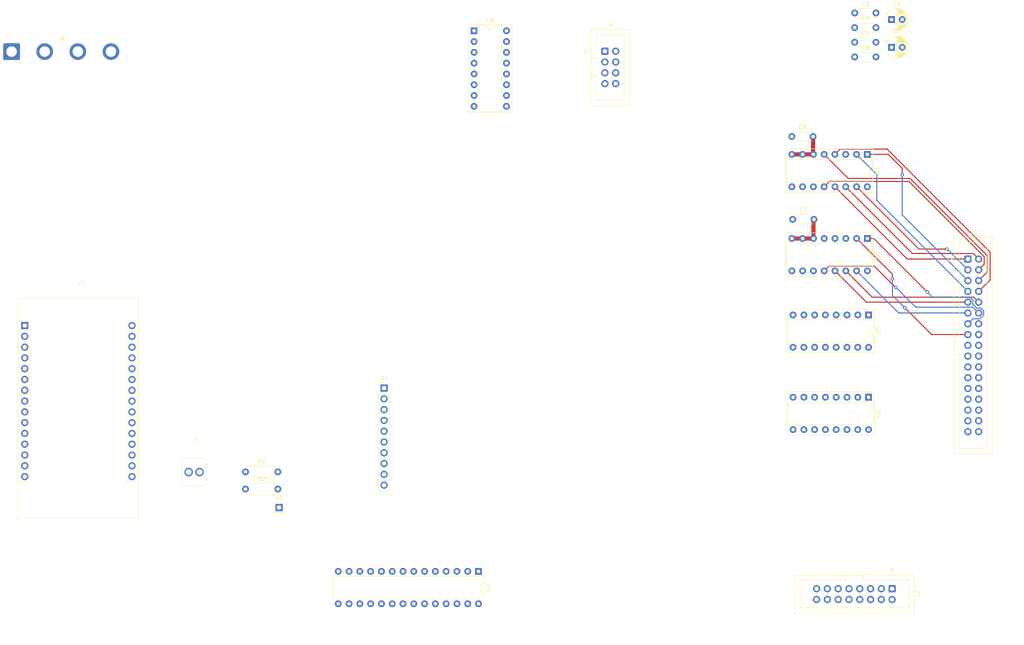
<source format=kicad_pcb>
(kicad_pcb (version 20221018) (generator pcbnew)
  (layers (0 "F.Cu" signal) (31 "B.Cu" signal) (34 "B.Paste" user) (35 "F.Paste" user) (36 "B.SilkS" user "B.Silkscreen") (37 "F.SilkS" user "F.Silkscreen") (38 "B.Mask" user) (39 "F.Mask" user) (44 "Edge.Cuts" user))
  (net 0 "")
  (net 1 "/AS_0")
  (net 2 "/AS_1")
  (net 3 "/AS_2")
  (net 4 "/AS_3")
  (net 5 "/AS_4")
  (net 6 "/AS_5")
  (net 7 "/AS_6")
  (net 8 "/AS_7")
  (net 9 "/AS_8")
  (net 10 "/AS_9")
  (net 11 "/AS_10")
  (net 12 "/AS_11")
  (net 13 "/AS_12")
  (net 14 "/AS_13")
  (net 15 "/AS_14")
  (net 16 "/AS_15")
  (net 17 "/AS_16")
  (net 18 "/AS_17")
  (net 19 "/AS_18")
  (net 20 "/AS_19")
  (net 21 "/AS_20")
  (net 22 "/AS_21")
  (net 23 "/AS_22")
  (net 24 "/AS_23")
  (net 25 "/AS_24")
  (net 26 "/AS_25")
  (net 27 "/AS_26")
  (net 28 "/AS_27")
  (net 29 "/AS_28")
  (net 30 "/AS_29")
  (net 31 "/AS_30")
  (net 32 "/AS_31")
  (net 35 "/VALVE_0")
  (net 36 "/VALVE_1")
  (net 37 "/VALVE_2")
  (net 38 "/VALVE_3")
  (net 39 "/VALVE_4")
  (net 40 "/VALVE_5")
  (net 41 "/VALVE_6")
  (net 42 "/VALVE_7")
  (net 43 "/VALVE_8")
  (net 44 "/VALVE_9")
  (net 45 "/VALVE_10")
  (net 46 "/VALVE_11")
  (net 47 "/VALVE_12")
  (net 48 "/VALVE_13")
  (net 49 "/VALVE_14")
  (net 50 "/VALVE_15")
  (net 51 "/OW_BUS")
  (net 52 "Net-(J4-Pin_1)")
  (net 53 "Net-(J4-Pin_2)")
  (net 54 "Net-(J4-Pin_3)")
  (net 55 "Net-(J4-Pin_4)")
  (net 56 "Net-(J4-Pin_5)")
  (net 57 "Net-(J4-Pin_6)")
  (net 58 "Net-(J4-Pin_7)")
  (net 59 "Net-(J4-Pin_8)")
  (net 60 "+5V")
  (net 61 "GND")
  (net 62 "/SCL")
  (net 63 "/SDA")
  (net 64 "/A0")
  (net 65 "/MUX_ADDR_C")
  (net 66 "/MUX_ADDR_B")
  (net 67 "/MUX_ADDR_A")
  (net 68 "/A1")
  (net 89 "/DHT11_SENS")
  (net 92 "/A2")
  (net 93 "/A3")
  (footprint "Package_DIP:DIP-16_W7.62mm_Socket" (layer "F.Cu") (at 230.78 50.2 -90)
    (fp_text reference "U1" (at 3.81 -2.33 90) (layer "F.SilkS"))
    (fp_text value "CD4051B")
    (pad "1" thru_hole rect (at 0 0 270) (size 1.6 1.6) (drill 0.8) (layers "*.Cu" "*.Mask") (net 5 "/AS_4"))
    (pad "2" thru_hole oval (at 0 2.54 270) (size 1.6 1.6) (drill 0.8) (layers "*.Cu" "*.Mask") (net 7 "/AS_6"))
    (pad "3" thru_hole oval (at 0 5.08 270) (size 1.6 1.6) (drill 0.8) (layers "*.Cu" "*.Mask") (net 64 "/A0"))
    (pad "4" thru_hole oval (at 0 7.62 270) (size 1.6 1.6) (drill 0.8) (layers "*.Cu" "*.Mask") (net 8 "/AS_7"))
    (pad "5" thru_hole oval (at 0 10.16 270) (size 1.6 1.6) (drill 0.8) (layers "*.Cu" "*.Mask") (net 6 "/AS_5"))
    (pad "6" thru_hole oval (at 0 12.7 270) (size 1.6 1.6) (drill 0.8) (layers "*.Cu" "*.Mask") (net 61 "GND"))
    (pad "7" thru_hole oval (at 0 15.24 270) (size 1.6 1.6) (drill 0.8) (layers "*.Cu" "*.Mask") (net 61 "GND"))
    (pad "8" thru_hole oval (at 0 17.78 270) (size 1.6 1.6) (drill 0.8) (layers "*.Cu" "*.Mask") (net 61 "GND"))
    (pad "9" thru_hole oval (at 7.62 17.78 270) (size 1.6 1.6) (drill 0.8) (layers "*.Cu" "*.Mask") (net 65 "/MUX_ADDR_C"))
    (pad "10" thru_hole oval (at 7.62 15.24 270) (size 1.6 1.6) (drill 0.8) (layers "*.Cu" "*.Mask") (net 66 "/MUX_ADDR_B"))
    (pad "11" thru_hole oval (at 7.62 12.7 270) (size 1.6 1.6) (drill 0.8) (layers "*.Cu" "*.Mask") (net 67 "/MUX_ADDR_A"))
    (pad "12" thru_hole oval (at 7.62 10.16 270) (size 1.6 1.6) (drill 0.8) (layers "*.Cu" "*.Mask") (net 4 "/AS_3"))
    (pad "13" thru_hole oval (at 7.62 7.62 270) (size 1.6 1.6) (drill 0.8) (layers "*.Cu" "*.Mask") (net 1 "/AS_0"))
    (pad "14" thru_hole oval (at 7.62 5.08 270) (size 1.6 1.6) (drill 0.8) (layers "*.Cu" "*.Mask") (net 2 "/AS_1"))
    (pad "15" thru_hole oval (at 7.62 2.54 270) (size 1.6 1.6) (drill 0.8) (layers "*.Cu" "*.Mask") (net 3 "/AS_2"))
    (pad "16" thru_hole oval (at 7.62 0 270) (size 1.6 1.6) (drill 0.8) (layers "*.Cu" "*.Mask") (net 60 "+5V"))
  )
  (footprint "Capacitor_THT:CP_Radial_D5.0mm_P2.50mm" (layer "F.Cu") (at 236.5 25)
    (fp_text reference "C2" (at 1.25 -3.75) (layer "F.SilkS"))
    (fp_text value "C_Polarized")
    (pad "1" thru_hole rect (at 0 0) (size 1.6 1.6) (drill 0.8) (layers "*.Cu" "*.Mask") (net 60 "+5V"))
    (pad "2" thru_hole circle (at 2.5 0) (size 1.6 1.6) (drill 0.8) (layers "*.Cu" "*.Mask") (net 61 "GND"))
  )
  (footprint "Connector_IDC:IDC-Header_2x17_P2.54mm_Vertical" (layer "F.Cu") (at 254.46 74.84)
    (fp_text reference "J1" (at 1.27 -6.1) (layer "F.SilkS"))
    (fp_text value "Conn_02x17_Counter_Clockwise")
    (pad "1" thru_hole roundrect (at 0 0) (size 1.7 1.7) (drill 1) (layers "*.Cu" "*.Mask") (roundrect_rratio 0.147059) (net 1 "/AS_0"))
    (pad "2" thru_hole circle (at 2.54 0) (size 1.7 1.7) (drill 1) (layers "*.Cu" "*.Mask") (net 2 "/AS_1"))
    (pad "3" thru_hole circle (at 0 2.54) (size 1.7 1.7) (drill 1) (layers "*.Cu" "*.Mask") (net 3 "/AS_2"))
    (pad "4" thru_hole circle (at 2.54 2.54) (size 1.7 1.7) (drill 1) (layers "*.Cu" "*.Mask") (net 4 "/AS_3"))
    (pad "5" thru_hole circle (at 0 5.08) (size 1.7 1.7) (drill 1) (layers "*.Cu" "*.Mask") (net 5 "/AS_4"))
    (pad "6" thru_hole circle (at 2.54 5.08) (size 1.7 1.7) (drill 1) (layers "*.Cu" "*.Mask") (net 6 "/AS_5"))
    (pad "7" thru_hole circle (at 0 7.62) (size 1.7 1.7) (drill 1) (layers "*.Cu" "*.Mask") (net 7 "/AS_6"))
    (pad "8" thru_hole circle (at 2.54 7.62) (size 1.7 1.7) (drill 1) (layers "*.Cu" "*.Mask") (net 8 "/AS_7"))
    (pad "9" thru_hole circle (at 0 10.16) (size 1.7 1.7) (drill 1) (layers "*.Cu" "*.Mask") (net 9 "/AS_8"))
    (pad "10" thru_hole circle (at 2.54 10.16) (size 1.7 1.7) (drill 1) (layers "*.Cu" "*.Mask") (net 10 "/AS_9"))
    (pad "11" thru_hole circle (at 0 12.7) (size 1.7 1.7) (drill 1) (layers "*.Cu" "*.Mask") (net 11 "/AS_10"))
    (pad "12" thru_hole circle (at 2.54 12.7) (size 1.7 1.7) (drill 1) (layers "*.Cu" "*.Mask") (net 12 "/AS_11"))
    (pad "13" thru_hole circle (at 0 15.24) (size 1.7 1.7) (drill 1) (layers "*.Cu" "*.Mask") (net 13 "/AS_12"))
    (pad "14" thru_hole circle (at 2.54 15.24) (size 1.7 1.7) (drill 1) (layers "*.Cu" "*.Mask") (net 14 "/AS_13"))
    (pad "15" thru_hole circle (at 0 17.78) (size 1.7 1.7) (drill 1) (layers "*.Cu" "*.Mask") (net 15 "/AS_14"))
    (pad "16" thru_hole circle (at 2.54 17.78) (size 1.7 1.7) (drill 1) (layers "*.Cu" "*.Mask") (net 16 "/AS_15"))
    (pad "17" thru_hole circle (at 0 20.32) (size 1.7 1.7) (drill 1) (layers "*.Cu" "*.Mask") (net 17 "/AS_16"))
    (pad "18" thru_hole circle (at 2.54 20.32) (size 1.7 1.7) (drill 1) (layers "*.Cu" "*.Mask") (net 18 "/AS_17"))
    (pad "19" thru_hole circle (at 0 22.86) (size 1.7 1.7) (drill 1) (layers "*.Cu" "*.Mask") (net 19 "/AS_18"))
    (pad "20" thru_hole circle (at 2.54 22.86) (size 1.7 1.7) (drill 1) (layers "*.Cu" "*.Mask") (net 20 "/AS_19"))
    (pad "21" thru_hole circle (at 0 25.4) (size 1.7 1.7) (drill 1) (layers "*.Cu" "*.Mask") (net 21 "/AS_20"))
    (pad "22" thru_hole circle (at 2.54 25.4) (size 1.7 1.7) (drill 1) (layers "*.Cu" "*.Mask") (net 22 "/AS_21"))
    (pad "23" thru_hole circle (at 0 27.94) (size 1.7 1.7) (drill 1) (layers "*.Cu" "*.Mask") (net 23 "/AS_22"))
    (pad "24" thru_hole circle (at 2.54 27.94) (size 1.7 1.7) (drill 1) (layers "*.Cu" "*.Mask") (net 24 "/AS_23"))
    (pad "25" thru_hole circle (at 0 30.48) (size 1.7 1.7) (drill 1) (layers "*.Cu" "*.Mask") (net 25 "/AS_24"))
    (pad "26" thru_hole circle (at 2.54 30.48) (size 1.7 1.7) (drill 1) (layers "*.Cu" "*.Mask") (net 26 "/AS_25"))
    (pad "27" thru_hole circle (at 0 33.02) (size 1.7 1.7) (drill 1) (layers "*.Cu" "*.Mask") (net 27 "/AS_26"))
    (pad "28" thru_hole circle (at 2.54 33.02) (size 1.7 1.7) (drill 1) (layers "*.Cu" "*.Mask") (net 28 "/AS_27"))
    (pad "29" thru_hole circle (at 0 35.56) (size 1.7 1.7) (drill 1) (layers "*.Cu" "*.Mask") (net 29 "/AS_28"))
    (pad "30" thru_hole circle (at 2.54 35.56) (size 1.7 1.7) (drill 1) (layers "*.Cu" "*.Mask") (net 30 "/AS_29"))
    (pad "31" thru_hole circle (at 0 38.1) (size 1.7 1.7) (drill 1) (layers "*.Cu" "*.Mask") (net 31 "/AS_30"))
    (pad "32" thru_hole circle (at 2.54 38.1) (size 1.7 1.7) (drill 1) (layers "*.Cu" "*.Mask") (net 32 "/AS_31"))
    (pad "33" thru_hole circle (at 0 40.64) (size 1.7 1.7) (drill 1) (layers "*.Cu" "*.Mask"))
    (pad "34" thru_hole circle (at 2.54 40.64) (size 1.7 1.7) (drill 1) (layers "*.Cu" "*.Mask"))
  )
  (footprint "Capacitor_THT:C_Disc_D4.3mm_W1.9mm_P5.00mm" (layer "F.Cu") (at 213 46)
    (fp_text reference "C8" (at 2.5 -2.2) (layer "F.SilkS"))
    (fp_text value "100nF")
    (pad "1" thru_hole circle (at 0 0) (size 1.6 1.6) (drill 0.8) (layers "*.Cu" "*.Mask") (net 60 "+5V"))
    (pad "2" thru_hole circle (at 5 0) (size 1.6 1.6) (drill 0.8) (layers "*.Cu" "*.Mask") (net 61 "GND"))
  )
  (footprint "Capacitor_THT:C_Disc_D4.3mm_W1.9mm_P5.00mm" (layer "F.Cu") (at 227.810225 23.8)
    (fp_text reference "C5" (at 2.5 -2.2) (layer "F.SilkS"))
    (fp_text value "100nF")
    (pad "1" thru_hole circle (at 0 0) (size 1.6 1.6) (drill 0.8) (layers "*.Cu" "*.Mask") (net 60 "+5V"))
    (pad "2" thru_hole circle (at 5 0) (size 1.6 1.6) (drill 0.8) (layers "*.Cu" "*.Mask") (net 61 "GND"))
  )
  (footprint "Package_DIP:DIP-16_W7.62mm_Socket" (layer "F.Cu") (at 230.8 70 -90)
    (fp_text reference "U2" (at 3.81 -2.33 90) (layer "F.SilkS"))
    (fp_text value "CD4051B")
    (pad "1" thru_hole rect (at 0 0 270) (size 1.6 1.6) (drill 0.8) (layers "*.Cu" "*.Mask") (net 13 "/AS_12"))
    (pad "2" thru_hole oval (at 0 2.54 270) (size 1.6 1.6) (drill 0.8) (layers "*.Cu" "*.Mask") (net 15 "/AS_14"))
    (pad "3" thru_hole oval (at 0 5.08 270) (size 1.6 1.6) (drill 0.8) (layers "*.Cu" "*.Mask") (net 68 "/A1"))
    (pad "4" thru_hole oval (at 0 7.62 270) (size 1.6 1.6) (drill 0.8) (layers "*.Cu" "*.Mask") (net 16 "/AS_15"))
    (pad "5" thru_hole oval (at 0 10.16 270) (size 1.6 1.6) (drill 0.8) (layers "*.Cu" "*.Mask") (net 14 "/AS_13"))
    (pad "6" thru_hole oval (at 0 12.7 270) (size 1.6 1.6) (drill 0.8) (layers "*.Cu" "*.Mask") (net 61 "GND"))
    (pad "7" thru_hole oval (at 0 15.24 270) (size 1.6 1.6) (drill 0.8) (layers "*.Cu" "*.Mask") (net 61 "GND"))
    (pad "8" thru_hole oval (at 0 17.78 270) (size 1.6 1.6) (drill 0.8) (layers "*.Cu" "*.Mask") (net 61 "GND"))
    (pad "9" thru_hole oval (at 7.62 17.78 270) (size 1.6 1.6) (drill 0.8) (layers "*.Cu" "*.Mask") (net 65 "/MUX_ADDR_C"))
    (pad "10" thru_hole oval (at 7.62 15.24 270) (size 1.6 1.6) (drill 0.8) (layers "*.Cu" "*.Mask") (net 66 "/MUX_ADDR_B"))
    (pad "11" thru_hole oval (at 7.62 12.7 270) (size 1.6 1.6) (drill 0.8) (layers "*.Cu" "*.Mask") (net 67 "/MUX_ADDR_A"))
    (pad "12" thru_hole oval (at 7.62 10.16 270) (size 1.6 1.6) (drill 0.8) (layers "*.Cu" "*.Mask") (net 12 "/AS_11"))
    (pad "13" thru_hole oval (at 7.62 7.62 270) (size 1.6 1.6) (drill 0.8) (layers "*.Cu" "*.Mask") (net 9 "/AS_8"))
    (pad "14" thru_hole oval (at 7.62 5.08 270) (size 1.6 1.6) (drill 0.8) (layers "*.Cu" "*.Mask") (net 10 "/AS_9"))
    (pad "15" thru_hole oval (at 7.62 2.54 270) (size 1.6 1.6) (drill 0.8) (layers "*.Cu" "*.Mask") (net 11 "/AS_10"))
    (pad "16" thru_hole oval (at 7.62 0 270) (size 1.6 1.6) (drill 0.8) (layers "*.Cu" "*.Mask") (net 60 "+5V"))
  )
  (footprint "Connector_Wire:SolderWire-2sqmm_1x04_P7.8mm_D2mm_OD3.9mm" (layer "F.Cu") (at 29.3 26)
    (fp_text reference "J6" (at 11.7 -3.15) (layer "F.SilkS"))
    (fp_text value "Conn_01x04")
    (pad "1" thru_hole roundrect (at 0 0) (size 3.9 3.9) (drill 2.5) (layers "*.Cu" "*.Mask") (roundrect_rratio 0.064103) (net 61 "GND"))
    (pad "2" thru_hole circle (at 7.8 0) (size 3.9 3.9) (drill 2.5) (layers "*.Cu" "*.Mask") (net 60 "+5V"))
    (pad "3" thru_hole circle (at 15.6 0) (size 3.9 3.9) (drill 2.5) (layers "*.Cu" "*.Mask") (net 60 "+5V"))
    (pad "4" thru_hole circle (at 23.4 0) (size 3.9 3.9) (drill 2.5) (layers "*.Cu" "*.Mask") (net 61 "GND"))
  )
  (footprint "Resistor_THT:R_Axial_DIN0207_L6.3mm_D2.5mm_P7.62mm_Horizontal" (layer "F.Cu") (at 84.38 124.95)
    (fp_text reference "R1" (at 3.81 -2.37) (layer "F.SilkS"))
    (fp_text value "R")
    (pad "1" thru_hole circle (at 0 0) (size 1.6 1.6) (drill 0.8) (layers "*.Cu" "*.Mask") (net 60 "+5V"))
    (pad "2" thru_hole oval (at 7.62 0) (size 1.6 1.6) (drill 0.8) (layers "*.Cu" "*.Mask") (net 62 "/SCL"))
  )
  (footprint "Package_DIP:DIP-28_W7.62mm" (layer "F.Cu") (at 139.24 148.38 -90)
    (fp_text reference "U7" (at 3.81 -2.33 90) (layer "F.SilkS"))
    (fp_text value "MCP23017_SP")
    (pad "1" thru_hole rect (at 0 0 270) (size 1.6 1.6) (drill 0.8) (layers "*.Cu" "*.Mask") (net 43 "/VALVE_8"))
    (pad "2" thru_hole oval (at 0 2.54 270) (size 1.6 1.6) (drill 0.8) (layers "*.Cu" "*.Mask") (net 44 "/VALVE_9"))
    (pad "3" thru_hole oval (at 0 5.08 270) (size 1.6 1.6) (drill 0.8) (layers "*.Cu" "*.Mask") (net 45 "/VALVE_10"))
    (pad "4" thru_hole oval (at 0 7.62 270) (size 1.6 1.6) (drill 0.8) (layers "*.Cu" "*.Mask") (net 46 "/VALVE_11"))
    (pad "5" thru_hole oval (at 0 10.16 270) (size 1.6 1.6) (drill 0.8) (layers "*.Cu" "*.Mask") (net 47 "/VALVE_12"))
    (pad "6" thru_hole oval (at 0 12.7 270) (size 1.6 1.6) (drill 0.8) (layers "*.Cu" "*.Mask") (net 48 "/VALVE_13"))
    (pad "7" thru_hole oval (at 0 15.24 270) (size 1.6 1.6) (drill 0.8) (layers "*.Cu" "*.Mask") (net 49 "/VALVE_14"))
    (pad "8" thru_hole oval (at 0 17.78 270) (size 1.6 1.6) (drill 0.8) (layers "*.Cu" "*.Mask") (net 50 "/VALVE_15"))
    (pad "9" thru_hole oval (at 0 20.32 270) (size 1.6 1.6) (drill 0.8) (layers "*.Cu" "*.Mask") (net 60 "+5V"))
    (pad "10" thru_hole oval (at 0 22.86 270) (size 1.6 1.6) (drill 0.8) (layers "*.Cu" "*.Mask") (net 61 "GND"))
    (pad "11" thru_hole oval (at 0 25.4 270) (size 1.6 1.6) (drill 0.8) (layers "*.Cu" "*.Mask"))
    (pad "12" thru_hole oval (at 0 27.94 270) (size 1.6 1.6) (drill 0.8) (layers "*.Cu" "*.Mask") (net 62 "/SCL"))
    (pad "13" thru_hole oval (at 0 30.48 270) (size 1.6 1.6) (drill 0.8) (layers "*.Cu" "*.Mask") (net 63 "/SDA"))
    (pad "14" thru_hole oval (at 0 33.02 270) (size 1.6 1.6) (drill 0.8) (layers "*.Cu" "*.Mask"))
    (pad "15" thru_hole oval (at 7.62 33.02 270) (size 1.6 1.6) (drill 0.8) (layers "*.Cu" "*.Mask") (net 60 "+5V"))
    (pad "16" thru_hole oval (at 7.62 30.48 270) (size 1.6 1.6) (drill 0.8) (layers "*.Cu" "*.Mask") (net 60 "+5V"))
    (pad "17" thru_hole oval (at 7.62 27.94 270) (size 1.6 1.6) (drill 0.8) (layers "*.Cu" "*.Mask") (net 60 "+5V"))
    (pad "18" thru_hole oval (at 7.62 25.4 270) (size 1.6 1.6) (drill 0.8) (layers "*.Cu" "*.Mask") (net 60 "+5V"))
    (pad "19" thru_hole oval (at 7.62 22.86 270) (size 1.6 1.6) (drill 0.8) (layers "*.Cu" "*.Mask"))
    (pad "20" thru_hole oval (at 7.62 20.32 270) (size 1.6 1.6) (drill 0.8) (layers "*.Cu" "*.Mask"))
    (pad "21" thru_hole oval (at 7.62 17.78 270) (size 1.6 1.6) (drill 0.8) (layers "*.Cu" "*.Mask") (net 35 "/VALVE_0"))
    (pad "22" thru_hole oval (at 7.62 15.24 270) (size 1.6 1.6) (drill 0.8) (layers "*.Cu" "*.Mask") (net 36 "/VALVE_1"))
    (pad "23" thru_hole oval (at 7.62 12.7 270) (size 1.6 1.6) (drill 0.8) (layers "*.Cu" "*.Mask") (net 37 "/VALVE_2"))
    (pad "24" thru_hole oval (at 7.62 10.16 270) (size 1.6 1.6) (drill 0.8) (layers "*.Cu" "*.Mask") (net 38 "/VALVE_3"))
    (pad "25" thru_hole oval (at 7.62 7.62 270) (size 1.6 1.6) (drill 0.8) (layers "*.Cu" "*.Mask") (net 39 "/VALVE_4"))
    (pad "26" thru_hole oval (at 7.62 5.08 270) (size 1.6 1.6) (drill 0.8) (layers "*.Cu" "*.Mask") (net 40 "/VALVE_5"))
    (pad "27" thru_hole oval (at 7.62 2.54 270) (size 1.6 1.6) (drill 0.8) (layers "*.Cu" "*.Mask") (net 41 "/VALVE_6"))
    (pad "28" thru_hole oval (at 7.62 0 270) (size 1.6 1.6) (drill 0.8) (layers "*.Cu" "*.Mask") (net 42 "/VALVE_7"))
  )
  (footprint "Package_DIP:DIP-16_W7.62mm_Socket" (layer "F.Cu") (at 231.08 107.38 -90)
    (fp_text reference "U6" (at 3.81 -2.33 90) (layer "F.SilkS"))
    (fp_text value "CD4051B")
    (pad "1" thru_hole rect (at 0 0 270) (size 1.6 1.6) (drill 0.8) (layers "*.Cu" "*.Mask") (net 29 "/AS_28"))
    (pad "2" thru_hole oval (at 0 2.54 270) (size 1.6 1.6) (drill 0.8) (layers "*.Cu" "*.Mask") (net 31 "/AS_30"))
    (pad "3" thru_hole oval (at 0 5.08 270) (size 1.6 1.6) (drill 0.8) (layers "*.Cu" "*.Mask") (net 93 "/A3"))
    (pad "4" thru_hole oval (at 0 7.62 270) (size 1.6 1.6) (drill 0.8) (layers "*.Cu" "*.Mask") (net 32 "/AS_31"))
    (pad "5" thru_hole oval (at 0 10.16 270) (size 1.6 1.6) (drill 0.8) (layers "*.Cu" "*.Mask") (net 30 "/AS_29"))
    (pad "6" thru_hole oval (at 0 12.7 270) (size 1.6 1.6) (drill 0.8) (layers "*.Cu" "*.Mask") (net 61 "GND"))
    (pad "7" thru_hole oval (at 0 15.24 270) (size 1.6 1.6) (drill 0.8) (layers "*.Cu" "*.Mask") (net 61 "GND"))
    (pad "8" thru_hole oval (at 0 17.78 270) (size 1.6 1.6) (drill 0.8) (layers "*.Cu" "*.Mask") (net 61 "GND"))
    (pad "9" thru_hole oval (at 7.62 17.78 270) (size 1.6 1.6) (drill 0.8) (layers "*.Cu" "*.Mask") (net 65 "/MUX_ADDR_C"))
    (pad "10" thru_hole oval (at 7.62 15.24 270) (size 1.6 1.6) (drill 0.8) (layers "*.Cu" "*.Mask") (net 66 "/MUX_ADDR_B"))
    (pad "11" thru_hole oval (at 7.62 12.7 270) (size 1.6 1.6) (drill 0.8) (layers "*.Cu" "*.Mask") (net 67 "/MUX_ADDR_A"))
    (pad "12" thru_hole oval (at 7.62 10.16 270) (size 1.6 1.6) (drill 0.8) (layers "*.Cu" "*.Mask") (net 28 "/AS_27"))
    (pad "13" thru_hole oval (at 7.62 7.62 270) (size 1.6 1.6) (drill 0.8) (layers "*.Cu" "*.Mask") (net 25 "/AS_24"))
    (pad "14" thru_hole oval (at 7.62 5.08 270) (size 1.6 1.6) (drill 0.8) (layers "*.Cu" "*.Mask") (net 26 "/AS_25"))
    (pad "15" thru_hole oval (at 7.62 2.54 270) (size 1.6 1.6) (drill 0.8) (layers "*.Cu" "*.Mask") (net 27 "/AS_26"))
    (pad "16" thru_hole oval (at 7.62 0 270) (size 1.6 1.6) (drill 0.8) (layers "*.Cu" "*.Mask") (net 60 "+5V"))
  )
  (footprint "Capacitor_THT:C_Disc_D4.3mm_W1.9mm_P5.00mm" (layer "F.Cu") (at 213.22 65.5)
    (fp_text reference "C7" (at 2.5 -2.2) (layer "F.SilkS"))
    (fp_text value "100nF")
    (pad "1" thru_hole circle (at 0 0) (size 1.6 1.6) (drill 0.8) (layers "*.Cu" "*.Mask") (net 60 "+5V"))
    (pad "2" thru_hole circle (at 5 0) (size 1.6 1.6) (drill 0.8) (layers "*.Cu" "*.Mask") (net 61 "GND"))
  )
  (footprint "Connector_IDC:IDC-Header_2x04_P2.54mm_Vertical" (layer "F.Cu") (at 169 25.92)
    (fp_text reference "J4" (at 1.27 -6.1) (layer "F.SilkS"))
    (fp_text value "Conn_02x04_Counter_Clockwise")
    (pad "1" thru_hole roundrect (at 0 0) (size 1.7 1.7) (drill 1) (layers "*.Cu" "*.Mask") (roundrect_rratio 0.147059) (net 52 "Net-(J4-Pin_1)"))
    (pad "2" thru_hole circle (at 2.54 0) (size 1.7 1.7) (drill 1) (layers "*.Cu" "*.Mask") (net 53 "Net-(J4-Pin_2)"))
    (pad "3" thru_hole circle (at 0 2.54) (size 1.7 1.7) (drill 1) (layers "*.Cu" "*.Mask") (net 54 "Net-(J4-Pin_3)"))
    (pad "4" thru_hole circle (at 2.54 2.54) (size 1.7 1.7) (drill 1) (layers "*.Cu" "*.Mask") (net 55 "Net-(J4-Pin_4)"))
    (pad "5" thru_hole circle (at 0 5.08) (size 1.7 1.7) (drill 1) (layers "*.Cu" "*.Mask") (net 56 "Net-(J4-Pin_5)"))
    (pad "6" thru_hole circle (at 2.54 5.08) (size 1.7 1.7) (drill 1) (layers "*.Cu" "*.Mask") (net 57 "Net-(J4-Pin_6)"))
    (pad "7" thru_hole circle (at 0 7.62) (size 1.7 1.7) (drill 1) (layers "*.Cu" "*.Mask") (net 58 "Net-(J4-Pin_7)"))
    (pad "8" thru_hole circle (at 2.54 7.62) (size 1.7 1.7) (drill 1) (layers "*.Cu" "*.Mask") (net 59 "Net-(J4-Pin_8)"))
  )
  (footprint "Capacitor_THT:C_Disc_D4.3mm_W1.9mm_P5.00mm" (layer "F.Cu") (at 227.810225 27.25)
    (fp_text reference "C6" (at 2.5 -2.2) (layer "F.SilkS"))
    (fp_text value "100nF")
    (pad "1" thru_hole circle (at 0 0) (size 1.6 1.6) (drill 0.8) (layers "*.Cu" "*.Mask") (net 60 "+5V"))
    (pad "2" thru_hole circle (at 5 0) (size 1.6 1.6) (drill 0.8) (layers "*.Cu" "*.Mask") (net 61 "GND"))
  )
  (footprint "esp-dev-boards:ESP DevKitV1" (layer "F.Cu") (at 32.4 90.5)
    (fp_text reference "U3" (at 13.25 -10 unlocked) (layer "F.SilkS") (effects (font (thickness 0.1))))
    (fp_text value "ESP DevKitV1")
    (pad "1" thru_hole rect (at 0 0) (size 1.7 1.7) (drill 1) (layers "*.Cu" "*.Mask"))
    (pad "2" thru_hole oval (at 0 2.54) (size 1.7 1.7) (drill 1) (layers "*.Cu" "*.Mask"))
    (pad "3" thru_hole oval (at 0 5.08) (size 1.7 1.7) (drill 1) (layers "*.Cu" "*.Mask"))
    (pad "4" thru_hole oval (at 0 7.62) (size 1.7 1.7) (drill 1) (layers "*.Cu" "*.Mask"))
    (pad "5" thru_hole oval (at 0 10.16) (size 1.7 1.7) (drill 1) (layers "*.Cu" "*.Mask"))
    (pad "6" thru_hole oval (at 0 12.7) (size 1.7 1.7) (drill 1) (layers "*.Cu" "*.Mask") (net 67 "/MUX_ADDR_A"))
    (pad "7" thru_hole oval (at 0 15.24) (size 1.7 1.7) (drill 1) (layers "*.Cu" "*.Mask") (net 66 "/MUX_ADDR_B"))
    (pad "8" thru_hole oval (at 0 17.78) (size 1.7 1.7) (drill 1) (layers "*.Cu" "*.Mask"))
    (pad "9" thru_hole oval (at 0 20.32) (size 1.7 1.7) (drill 1) (layers "*.Cu" "*.Mask"))
    (pad "10" thru_hole oval (at 0 22.86) (size 1.7 1.7) (drill 1) (layers "*.Cu" "*.Mask"))
    (pad "11" thru_hole oval (at 0 25.4) (size 1.7 1.7) (drill 1) (layers "*.Cu" "*.Mask"))
    (pad "12" thru_hole oval (at 0 27.94) (size 1.7 1.7) (drill 1) (layers "*.Cu" "*.Mask"))
    (pad "13" thru_hole oval (at 0 30.48) (size 1.7 1.7) (drill 1) (layers "*.Cu" "*.Mask"))
    (pad "14" thru_hole oval (at 0 33.02) (size 1.7 1.7) (drill 1) (layers "*.Cu" "*.Mask") (net 61 "GND"))
    (pad "15" thru_hole oval (at 0 35.56) (size 1.7 1.7) (drill 1) (layers "*.Cu" "*.Mask") (net 60 "+5V"))
    (pad "16" thru_hole oval (at 25.25 35.57) (size 1.7 1.7) (drill 1) (layers "*.Cu" "*.Mask"))
    (pad "17" thru_hole oval (at 25.25 33.03) (size 1.7 1.7) (drill 1) (layers "*.Cu" "*.Mask") (net 61 "GND"))
    (pad "18" thru_hole oval (at 25.25 30.49) (size 1.7 1.7) (drill 1) (layers "*.Cu" "*.Mask"))
    (pad "19" thru_hole oval (at 25.25 27.95) (size 1.7 1.7) (drill 1) (layers "*.Cu" "*.Mask"))
    (pad "20" thru_hole oval (at 25.25 25.41) (size 1.7 1.7) (drill 1) (layers "*.Cu" "*.Mask"))
    (pad "21" thru_hole oval (at 25.25 22.87) (size 1.7 1.7) (drill 1) (layers "*.Cu" "*.Mask"))
    (pad "22" thru_hole oval (at 25.25 20.33) (size 1.7 1.7) (drill 1) (layers "*.Cu" "*.Mask"))
    (pad "23" thru_hole oval (at 25.25 17.79) (size 1.7 1.7) (drill 1) (layers "*.Cu" "*.Mask") (net 65 "/MUX_ADDR_C"))
    (pad "24" thru_hole oval (at 25.25 15.25) (size 1.7 1.7) (drill 1) (layers "*.Cu" "*.Mask") (net 51 "/OW_BUS"))
    (pad "25" thru_hole oval (at 25.25 12.71) (size 1.7 1.7) (drill 1) (layers "*.Cu" "*.Mask"))
    (pad "26" thru_hole oval (at 25.25 10.17) (size 1.7 1.7) (drill 1) (layers "*.Cu" "*.Mask") (net 63 "/SDA"))
    (pad "27" thru_hole oval (at 25.25 7.63) (size 1.7 1.7) (drill 1) (layers "*.Cu" "*.Mask"))
    (pad "28" thru_hole oval (at 25.25 5.09) (size 1.7 1.7) (drill 1) (layers "*.Cu" "*.Mask"))
    (pad "29" thru_hole oval (at 25.25 2.55) (size 1.7 1.7) (drill 1) (layers "*.Cu" "*.Mask") (net 62 "/SCL"))
    (pad "30" thru_hole circle (at 25.25 0.01) (size 1.7 1.7) (drill 1) (layers "*.Cu" "*.Mask") (net 89 "/DHT11_SENS"))
  )
  (footprint "Capacitor_THT:C_Disc_D4.3mm_W1.9mm_P5.00mm" (layer "F.Cu") (at 227.810225 20.35)
    (fp_text reference "C4" (at 2.5 -2.2) (layer "F.SilkS"))
    (fp_text value "100nF")
    (pad "1" thru_hole circle (at 0 0) (size 1.6 1.6) (drill 0.8) (layers "*.Cu" "*.Mask") (net 60 "+5V"))
    (pad "2" thru_hole circle (at 5 0) (size 1.6 1.6) (drill 0.8) (layers "*.Cu" "*.Mask") (net 61 "GND"))
  )
  (footprint "Connector_ARK:ARK_x2_P2.54" (layer "F.Cu") (at 71 125)
    (fp_text reference "J5" (at 1.72 -7.5 unlocked) (layer "F.SilkS") (effects (font (thickness 0.1))))
    (fp_text value "Conn_01x02")
    (pad "1" thru_hole circle (at 0 0) (size 2 2) (drill 1.35) (layers "*.Cu" "*.Mask") (net 60 "+5V"))
    (pad "2" thru_hole circle (at 2.54 0) (size 2 2) (drill 1.35) (layers "*.Cu" "*.Mask") (net 61 "GND"))
  )
  (footprint "Connector_IDC:IDC-Header_2x08_P2.54mm_Vertical" (layer "F.Cu") (at 236.62 152.46 -90)
    (fp_text reference "J2" (at 1.27 -6.1 90) (layer "F.SilkS"))
    (fp_text value "Conn_02x08_Counter_Clockwise")
    (pad "1" thru_hole roundrect (at 0 0 270) (size 1.7 1.7) (drill 1) (layers "*.Cu" "*.Mask") (roundrect_rratio 0.147059) (net 35 "/VALVE_0"))
    (pad "2" thru_hole circle (at 2.54 0 270) (size 1.7 1.7) (drill 1) (layers "*.Cu" "*.Mask") (net 36 "/VALVE_1"))
    (pad "3" thru_hole circle (at 0 2.54 270) (size 1.7 1.7) (drill 1) (layers "*.Cu" "*.Mask") (net 37 "/VALVE_2"))
    (pad "4" thru_hole circle (at 2.54 2.54 270) (size 1.7 1.7) (drill 1) (layers "*.Cu" "*.Mask") (net 38 "/VALVE_3"))
    (pad "5" thru_hole circle (at 0 5.08 270) (size 1.7 1.7) (drill 1) (layers "*.Cu" "*.Mask") (net 39 "/VALVE_4"))
    (pad "6" thru_hole circle (at 2.54 5.08 270) (size 1.7 1.7) (drill 1) (layers "*.Cu" "*.Mask") (net 40 "/VALVE_5"))
    (pad "7" thru_hole circle (at 0 7.62 270) (size 1.7 1.7) (drill 1) (layers "*.Cu" "*.Mask") (net 41 "/VALVE_6"))
    (pad "8" thru_hole circle (at 2.54 7.62 270) (size 1.7 1.7) (drill 1) (layers "*.Cu" "*.Mask") (net 42 "/VALVE_7"))
    (pad "9" thru_hole circle (at 0 10.16 270) (size 1.7 1.7) (drill 1) (layers "*.Cu" "*.Mask") (net 43 "/VALVE_8"))
    (pad "10" thru_hole circle (at 2.54 10.16 270) (size 1.7 1.7) (drill 1) (layers "*.Cu" "*.Mask") (net 44 "/VALVE_9"))
    (pad "11" thru_hole circle (at 0 12.7 270) (size 1.7 1.7) (drill 1) (layers "*.Cu" "*.Mask") (net 45 "/VALVE_10"))
    (pad "12" thru_hole circle (at 2.54 12.7 270) (size 1.7 1.7) (drill 1) (layers "*.Cu" "*.Mask") (net 46 "/VALVE_11"))
    (pad "13" thru_hole circle (at 0 15.24 270) (size 1.7 1.7) (drill 1) (layers "*.Cu" "*.Mask") (net 47 "/VALVE_12"))
    (pad "14" thru_hole circle (at 2.54 15.24 270) (size 1.7 1.7) (drill 1) (layers "*.Cu" "*.Mask") (net 48 "/VALVE_13"))
    (pad "15" thru_hole circle (at 0 17.78 270) (size 1.7 1.7) (drill 1) (layers "*.Cu" "*.Mask") (net 49 "/VALVE_14"))
    (pad "16" thru_hole circle (at 2.54 17.78 270) (size 1.7 1.7) (drill 1) (layers "*.Cu" "*.Mask") (net 50 "/VALVE_15"))
  )
  (footprint "Connector_PinHeader_2.54mm:PinHeader_1x01_P2.54mm_Vertical" (layer "F.Cu") (at 92.28 133.35)
    (fp_text reference "J3" (at 0 -2.33) (layer "F.SilkS"))
    (fp_text value "Conn_01x01")
    (pad "1" thru_hole rect (at 0 0) (size 1.7 1.7) (drill 1) (layers "*.Cu" "*.Mask") (net 51 "/OW_BUS"))
  )
  (footprint "Resistor_THT:R_Axial_DIN0207_L6.3mm_D2.5mm_P7.62mm_Horizontal" (layer "F.Cu") (at 84.38 129)
    (fp_text reference "R2" (at 3.81 -2.37) (layer "F.SilkS"))
    (fp_text value "R")
    (pad "1" thru_hole circle (at 0 0) (size 1.6 1.6) (drill 0.8) (layers "*.Cu" "*.Mask") (net 60 "+5V"))
    (pad "2" thru_hole oval (at 7.62 0) (size 1.6 1.6) (drill 0.8) (layers "*.Cu" "*.Mask") (net 63 "/SDA"))
  )
  (footprint "Package_DIP:DIP-16_W7.62mm_Socket" (layer "F.Cu") (at 231.08 88 -90)
    (fp_text reference "U5" (at 3.81 -2.33 90) (layer "F.SilkS"))
    (fp_text value "CD4051B")
    (pad "1" thru_hole rect (at 0 0 270) (size 1.6 1.6) (drill 0.8) (layers "*.Cu" "*.Mask") (net 21 "/AS_20"))
    (pad "2" thru_hole oval (at 0 2.54 270) (size 1.6 1.6) (drill 0.8) (layers "*.Cu" "*.Mask") (net 23 "/AS_22"))
    (pad "3" thru_hole oval (at 0 5.08 270) (size 1.6 1.6) (drill 0.8) (layers "*.Cu" "*.Mask") (net 92 "/A2"))
    (pad "4" thru_hole oval (at 0 7.62 270) (size 1.6 1.6) (drill 0.8) (layers "*.Cu" "*.Mask") (net 24 "/AS_23"))
    (pad "5" thru_hole oval (at 0 10.16 270) (size 1.6 1.6) (drill 0.8) (layers "*.Cu" "*.Mask") (net 22 "/AS_21"))
    (pad "6" thru_hole oval (at 0 12.7 270) (size 1.6 1.6) (drill 0.8) (layers "*.Cu" "*.Mask") (net 61 "GND"))
    (pad "7" thru_hole oval (at 0 15.24 270) (size 1.6 1.6) (drill 0.8) (layers "*.Cu" "*.Mask") (net 61 "GND"))
    (pad "8" thru_hole oval (at 0 17.78 270) (size 1.6 1.6) (drill 0.8) (layers "*.Cu" "*.Mask") (net 61 "GND"))
    (pad "9" thru_hole oval (at 7.62 17.78 270) (size 1.6 1.6) (drill 0.8) (layers "*.Cu" "*.Mask") (net 65 "/MUX_ADDR_C"))
    (pad "10" thru_hole oval (at 7.62 15.24 270) (size 1.6 1.6) (drill 0.8) (layers "*.Cu" "*.Mask") (net 66 "/MUX_ADDR_B"))
    (pad "11" thru_hole oval (at 7.62 12.7 270) (size 1.6 1.6) (drill 0.8) (layers "*.Cu" "*.Mask") (net 67 "/MUX_ADDR_A"))
    (pad "12" thru_hole oval (at 7.62 10.16 270) (size 1.6 1.6) (drill 0.8) (layers "*.Cu" "*.Mask") (net 20 "/AS_19"))
    (pad "13" thru_hole oval (at 7.62 7.62 270) (size 1.6 1.6) (drill 0.8) (layers "*.Cu" "*.Mask") (net 17 "/AS_16"))
    (pad "14" thru_hole oval (at 7.62 5.08 270) (size 1.6 1.6) (drill 0.8) (layers "*.Cu" "*.Mask") (net 18 "/AS_17"))
    (pad "15" thru_hole oval (at 7.62 2.54 270) (size 1.6 1.6) (drill 0.8) (layers "*.Cu" "*.Mask") (net 19 "/AS_18"))
    (pad "16" thru_hole oval (at 7.62 0 270) (size 1.6 1.6) (drill 0.8) (layers "*.Cu" "*.Mask") (net 60 "+5V"))
  )
  (footprint "Capacitor_THT:C_Disc_D4.3mm_W1.9mm_P5.00mm" (layer "F.Cu") (at 227.810225 16.9)
    (fp_text reference "C3" (at 2.5 -2.2) (layer "F.SilkS"))
    (fp_text value "100nF")
    (pad "1" thru_hole circle (at 0 0) (size 1.6 1.6) (drill 0.8) (layers "*.Cu" "*.Mask") (net 60 "+5V"))
    (pad "2" thru_hole circle (at 5 0) (size 1.6 1.6) (drill 0.8) (layers "*.Cu" "*.Mask") (net 61 "GND"))
  )
  (footprint "Connector_PinHeader_2.54mm:PinHeader_1x10_P2.54mm_Vertical" (layer "F.Cu") (at 117 105.22)
    (fp_text reference "U4" (at 0 -2.33) (layer "F.SilkS"))
    (fp_text value "ADS1115")
    (pad "1" thru_hole rect (at 0 0) (size 1.7 1.7) (drill 1) (layers "*.Cu" "*.Mask") (net 60 "+5V"))
    (pad "2" thru_hole oval (at 0 2.54) (size 1.7 1.7) (drill 1) (layers "*.Cu" "*.Mask") (net 61 "GND"))
    (pad "3" thru_hole oval (at 0 5.08) (size 1.7 1.7) (drill 1) (layers "*.Cu" "*.Mask") (net 62 "/SCL"))
    (pad "4" thru_hole oval (at 0 7.62) (size 1.7 1.7) (drill 1) (layers "*.Cu" "*.Mask") (net 63 "/SDA"))
    (pad "5" thru_hole oval (at 0 10.16) (size 1.7 1.7) (drill 1) (layers "*.Cu" "*.Mask"))
    (pad "6" thru_hole oval (at 0 12.7) (size 1.7 1.7) (drill 1) (layers "*.Cu" "*.Mask"))
    (pad "7" thru_hole oval (at 0 15.24) (size 1.7 1.7) (drill 1) (layers "*.Cu" "*.Mask") (net 64 "/A0"))
    (pad "8" thru_hole oval (at 0 17.78) (size 1.7 1.7) (drill 1) (layers "*.Cu" "*.Mask") (net 68 "/A1"))
    (pad "9" thru_hole oval (at 0 20.32) (size 1.7 1.7) (drill 1) (layers "*.Cu" "*.Mask") (net 92 "/A2"))
    (pad "10" thru_hole oval (at 0 22.86) (size 1.7 1.7) (drill 1) (layers "*.Cu" "*.Mask") (net 93 "/A3"))
  )
  (footprint "Package_DIP:DIP-16_W7.62mm_Socket" (layer "F.Cu") (at 138.2 21.1)
    (fp_text reference "U8" (at 3.81 -2.33) (layer "F.SilkS"))
    (fp_text value "4512")
    (pad "1" thru_hole rect (at 0 0) (size 1.6 1.6) (drill 0.8) (layers "*.Cu" "*.Mask") (net 52 "Net-(J4-Pin_1)"))
    (pad "2" thru_hole oval (at 0 2.54) (size 1.6 1.6) (drill 0.8) (layers "*.Cu" "*.Mask") (net 53 "Net-(J4-Pin_2)"))
    (pad "3" thru_hole oval (at 0 5.08) (size 1.6 1.6) (drill 0.8) (layers "*.Cu" "*.Mask") (net 54 "Net-(J4-Pin_3)"))
    (pad "4" thru_hole oval (at 0 7.62) (size 1.6 1.6) (drill 0.8) (layers "*.Cu" "*.Mask") (net 55 "Net-(J4-Pin_4)"))
    (pad "5" thru_hole oval (at 0 10.16) (size 1.6 1.6) (drill 0.8) (layers "*.Cu" "*.Mask") (net 56 "Net-(J4-Pin_5)"))
    (pad "6" thru_hole oval (at 0 12.7) (size 1.6 1.6) (drill 0.8) (layers "*.Cu" "*.Mask") (net 57 "Net-(J4-Pin_6)"))
    (pad "7" thru_hole oval (at 0 15.24) (size 1.6 1.6) (drill 0.8) (layers "*.Cu" "*.Mask") (net 58 "Net-(J4-Pin_7)"))
    (pad "8" thru_hole oval (at 0 17.78) (size 1.6 1.6) (drill 0.8) (layers "*.Cu" "*.Mask") (net 61 "GND"))
    (pad "9" thru_hole oval (at 7.62 17.78) (size 1.6 1.6) (drill 0.8) (layers "*.Cu" "*.Mask") (net 59 "Net-(J4-Pin_8)"))
    (pad "10" thru_hole oval (at 7.62 15.24) (size 1.6 1.6) (drill 0.8) (layers "*.Cu" "*.Mask") (net 61 "GND"))
    (pad "11" thru_hole oval (at 7.62 12.7) (size 1.6 1.6) (drill 0.8) (layers "*.Cu" "*.Mask") (net 67 "/MUX_ADDR_A"))
    (pad "12" thru_hole oval (at 7.62 10.16) (size 1.6 1.6) (drill 0.8) (layers "*.Cu" "*.Mask") (net 66 "/MUX_ADDR_B"))
    (pad "13" thru_hole oval (at 7.62 7.62) (size 1.6 1.6) (drill 0.8) (layers "*.Cu" "*.Mask") (net 65 "/MUX_ADDR_C"))
    (pad "14" thru_hole oval (at 7.62 5.08) (size 1.6 1.6) (drill 0.8) (layers "*.Cu" "*.Mask") (net 89 "/DHT11_SENS"))
    (pad "15" thru_hole oval (at 7.62 2.54) (size 1.6 1.6) (drill 0.8) (layers "*.Cu" "*.Mask") (net 61 "GND"))
    (pad "16" thru_hole oval (at 7.62 0) (size 1.6 1.6) (drill 0.8) (layers "*.Cu" "*.Mask") (net 60 "+5V"))
  )
  (footprint "Capacitor_THT:CP_Radial_D5.0mm_P2.50mm" (layer "F.Cu") (at 236.5 18.45)
    (fp_text reference "C1" (at 1.25 -3.75) (layer "F.SilkS"))
    (fp_text value "C")
    (pad "1" thru_hole rect (at 0 0) (size 1.6 1.6) (drill 0.8) (layers "*.Cu" "*.Mask") (net 60 "+5V"))
    (pad "2" thru_hole circle (at 2.5 0) (size 1.6 1.6) (drill 0.8) (layers "*.Cu" "*.Mask") (net 61 "GND"))
  )
  (segment (start 223.16 57.82) (end 240.18 74.84) (width 0.25) (layer "F.Cu") (net 1))
  (segment (start 240.18 74.84) (end 254.46 74.84) (width 0.25) (layer "F.Cu") (net 1))
  (segment (start 241.42 73.54) (end 255.7 73.54) (width 0.25) (layer "F.Cu") (net 2))
  (segment (start 255.7 73.54) (end 257 74.84) (width 0.25) (layer "F.Cu") (net 2))
  (segment (start 225.7 57.82) (end 241.42 73.54) (width 0.25) (layer "F.Cu") (net 2))
  (segment (start 242.92 72.5) (end 249 72.5) (width 0.25) (layer "F.Cu") (net 3))
  (segment (start 249 72.5) (end 249.5 72.5) (width 0.25) (layer "F.Cu") (net 3))
  (segment (start 228.24 57.82) (end 242.92 72.5) (width 0.25) (layer "F.Cu") (net 3))
  (via (at 249.5 72.5) (size 0.8) (drill 0.4) (layers "F.Cu" "B.Cu") (net 3))
  (segment (start 249.5 72.5) (end 249.58 72.5) (width 0.5) (layer "B.Cu") (net 3))
  (segment (start 249.58 72.5) (end 254.46 77.38) (width 0.25) (layer "B.Cu") (net 3))
  (segment (start 220.62 57.82) (end 221.87 56.57) (width 0.25) (layer "F.Cu") (net 4))
  (segment (start 240.568478 56.57) (end 258.3 74.301522) (width 0.25) (layer "F.Cu") (net 4))
  (segment (start 258.3 74.301522) (end 258.3 76.08) (width 0.25) (layer "F.Cu") (net 4))
  (segment (start 258.3 76.08) (end 257 77.38) (width 0.25) (layer "F.Cu") (net 4))
  (segment (start 221.87 56.57) (end 240.568478 56.57) (width 0.25) (layer "F.Cu") (net 4))
  (segment (start 239 53.5) (end 239 55) (width 0.25) (layer "F.Cu") (net 5))
  (segment (start 235.7 50.2) (end 239 53.5) (width 0.25) (layer "F.Cu") (net 5))
  (segment (start 230.78 50.2) (end 235.7 50.2) (width 0.25) (layer "F.Cu") (net 5))
  (via (at 239 55) (size 0.8) (drill 0.4) (layers "F.Cu" "B.Cu") (net 5))
  (segment (start 239 55) (end 239 64.46) (width 0.25) (layer "B.Cu") (net 5))
  (segment (start 239 64.46) (end 254.46 79.92) (width 0.25) (layer "B.Cu") (net 5))
  (segment (start 259 77.92) (end 257 79.92) (width 0.25) (layer "F.Cu") (net 6))
  (segment (start 240.858428 55.87) (end 259 74.011573) (width 0.25) (layer "F.Cu") (net 6))
  (segment (start 226.29 55.87) (end 240.858428 55.87) (width 0.25) (layer "F.Cu") (net 6))
  (segment (start 259 74.011573) (end 259 77.92) (width 0.25) (layer "F.Cu") (net 6))
  (segment (start 220.62 50.2) (end 226.29 55.87) (width 0.25) (layer "F.Cu") (net 6))
  (segment (start 228.24 50.2) (end 233 54.96) (width 0.25) (layer "B.Cu") (net 7))
  (segment (start 233 54.96) (end 233 61) (width 0.25) (layer "B.Cu") (net 7))
  (segment (start 233 61) (end 254.46 82.46) (width 0.25) (layer "B.Cu") (net 7))
  (segment (start 223.16 50.2) (end 224.41 48.95) (width 0.25) (layer "F.Cu") (net 8))
  (segment (start 235.43995 48.95) (end 259.7 73.21005) (width 0.25) (layer "F.Cu") (net 8))
  (segment (start 224.41 48.95) (end 235.43995 48.95) (width 0.25) (layer "F.Cu") (net 8))
  (segment (start 259.7 73.21005) (end 259.7 79.76) (width 0.25) (layer "F.Cu") (net 8))
  (segment (start 259.7 79.76) (end 257 82.46) (width 0.25) (layer "F.Cu") (net 8))
  (segment (start 223.18 77.62) (end 230.56 85) (width 0.25) (layer "F.Cu") (net 9))
  (segment (start 230.56 85) (end 254.46 85) (width 0.25) (layer "F.Cu") (net 9))
  (segment (start 231.925 83.825) (end 255.825 83.825) (width 0.25) (layer "F.Cu") (net 10))
  (segment (start 255.825 83.825) (end 257 85) (width 0.25) (layer "F.Cu") (net 10))
  (segment (start 225.72 77.62) (end 231.925 83.825) (width 0.25) (layer "F.Cu") (net 10))
  (segment (start 238.18 87.54) (end 254.46 87.54) (width 0.25) (layer "B.Cu") (net 11))
  (segment (start 228.26 77.62) (end 238.18 87.54) (width 0.25) (layer "B.Cu") (net 11))
  (segment (start 232.395 76.495) (end 236.3 80.4) (width 0.25) (layer "F.Cu") (net 12))
  (segment (start 236.3 80.4) (end 237.4 81.5) (width 0.25) (layer "F.Cu") (net 12))
  (segment (start 221.765 76.495) (end 232.395 76.495) (width 0.25) (layer "F.Cu") (net 12))
  (segment (start 237.4 81.5) (end 237.5 81.5) (width 0.25) (layer "F.Cu") (net 12))
  (segment (start 220.64 77.62) (end 221.765 76.495) (width 0.25) (layer "F.Cu") (net 12))
  (via (at 237.5 81.5) (size 0.8) (drill 0.4) (layers "F.Cu" "B.Cu") (net 12))
  (segment (start 255.635 86.175) (end 257 87.54) (width 0.25) (layer "B.Cu") (net 12))
  (segment (start 242.175 86.175) (end 255.635 86.175) (width 0.25) (layer "B.Cu") (net 12))
  (segment (start 237.5 81.5) (end 242.175 86.175) (width 0.25) (layer "B.Cu") (net 12))
  (segment (start 230.8 70) (end 232.3 70) (width 0.25) (layer "F.Cu") (net 13))
  (segment (start 232.3 70) (end 244.9 82.6) (width 0.25) (layer "F.Cu") (net 13))
  (via (at 244.9 82.6) (size 0.8) (drill 0.4) (layers "F.Cu" "B.Cu") (net 13))
  (segment (start 257.486701 86.365) (end 258.175 87.053299) (width 0.25) (layer "B.Cu") (net 13))
  (segment (start 246.125 83.825) (end 254.946701 83.825) (width 0.25) (layer "B.Cu") (net 13))
  (segment (start 258.175 87.053299) (end 258.175 88.026701) (width 0.25) (layer "B.Cu") (net 13))
  (segment (start 255.635 85.486701) (end 256.513299 86.365) (width 0.25) (layer "B.Cu") (net 13))
  (segment (start 256.513299 86.365) (end 257.486701 86.365) (width 0.25) (layer "B.Cu") (net 13))
  (segment (start 254.946701 83.825) (end 255.635 84.513299) (width 0.25) (layer "B.Cu") (net 13))
  (segment (start 258.175 88.026701) (end 257.296701 88.905) (width 0.25) (layer "B.Cu") (net 13))
  (segment (start 255.635 88.905) (end 254.46 90.08) (width 0.25) (layer "B.Cu") (net 13))
  (segment (start 255.635 84.513299) (end 255.635 85.486701) (width 0.25) (layer "B.Cu") (net 13))
  (segment (start 257.296701 88.905) (end 255.635 88.905) (width 0.25) (layer "B.Cu") (net 13))
  (segment (start 244.9 82.6) (end 246.125 83.825) (width 0.25) (layer "B.Cu") (net 13))
  (segment (start 228.26 70) (end 236.7 78.44) (width 0.25) (layer "F.Cu") (net 15))
  (segment (start 239.6 86.3) (end 245.92 92.62) (width 0.25) (layer "F.Cu") (net 15))
  (segment (start 236.7 78.44) (end 236.7 79.5) (width 0.25) (layer "F.Cu") (net 15))
  (segment (start 245.92 92.62) (end 254.46 92.62) (width 0.25) (layer "F.Cu") (net 15))
  (via (at 236.7 79.5) (size 0.8) (drill 0.4) (layers "F.Cu" "B.Cu") (net 15))
  (via (at 239.6 86.3) (size 0.8) (drill 0.4) (layers "F.Cu" "B.Cu") (net 15))
  (segment (start 236.7 83.4) (end 239.6 86.3) (width 0.25) (layer "B.Cu") (net 15))
  (segment (start 236.7 79.5) (end 236.7 83.4) (width 0.25) (layer "B.Cu") (net 15))
  (segment (start 218 46) (end 218 50.12) (width 1) (layer "F.Cu") (net 61))
  (segment (start 218.1 65.62) (end 218.22 65.5) (width 1) (layer "F.Cu") (net 61))
  (segment (start 218 50.12) (end 218.08 50.2) (width 1) (layer "F.Cu") (net 61))
  (segment (start 213 50.2) (end 218.08 50.2) (width 1) (layer "F.Cu") (net 61))
  (segment (start 218.1 70) (end 218.1 65.62) (width 1) (layer "F.Cu") (net 61))
  (segment (start 213.02 70) (end 218.1 70) (width 1) (layer "F.Cu") (net 61))
)
</source>
